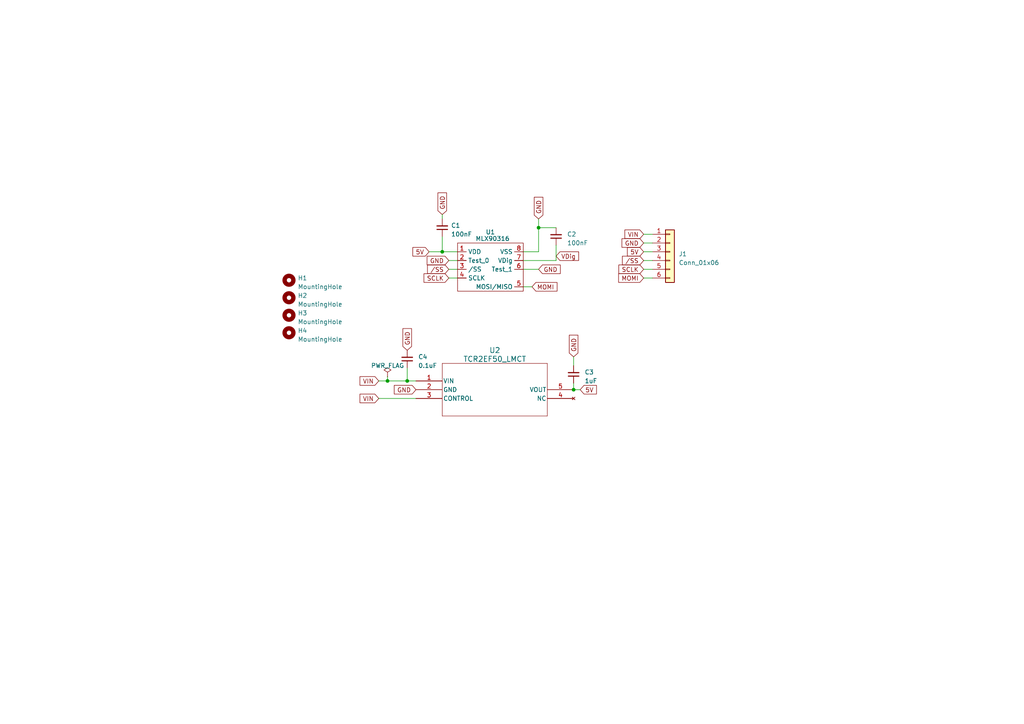
<source format=kicad_sch>
(kicad_sch (version 20230121) (generator eeschema)

  (uuid 956b0aaa-967b-4e8f-b6ee-7bf6675979b5)

  (paper "A4")

  (lib_symbols
    (symbol "AngleLinearPositionMeasuring:MLX90316KDC-BDG-100" (in_bom yes) (on_board yes)
      (property "Reference" "U" (at 0 0 0)
        (effects (font (size 1.27 1.27)))
      )
      (property "Value" "" (at 0 0 0)
        (effects (font (size 1.27 1.27)))
      )
      (property "Footprint" "" (at 0 0 0)
        (effects (font (size 1.27 1.27)) hide)
      )
      (property "Datasheet" "" (at 0 0 0)
        (effects (font (size 1.27 1.27)) hide)
      )
      (symbol "MLX90316KDC-BDG-100_0_1"
        (rectangle (start -10.16 -1.27) (end 8.89 -15.24)
          (stroke (width 0) (type default))
          (fill (type none))
        )
      )
      (symbol "MLX90316KDC-BDG-100_1_1"
        (pin input line (at -10.16 -3.81 0) (length 2.54)
          (name "VDD" (effects (font (size 1.27 1.27))))
          (number "1" (effects (font (size 1.27 1.27))))
        )
        (pin passive line (at -10.16 -6.35 0) (length 2.54)
          (name "Test_0" (effects (font (size 1.27 1.27))))
          (number "2" (effects (font (size 1.27 1.27))))
        )
        (pin input line (at -10.16 -8.89 0) (length 2.54)
          (name "/SS" (effects (font (size 1.27 1.27))))
          (number "3" (effects (font (size 1.27 1.27))))
        )
        (pin input line (at -10.16 -11.43 0) (length 2.54)
          (name "SCLK" (effects (font (size 1.27 1.27))))
          (number "4" (effects (font (size 1.27 1.27))))
        )
        (pin input line (at 8.89 -13.97 180) (length 2.54)
          (name "MOSI/MISO" (effects (font (size 1.27 1.27))))
          (number "5" (effects (font (size 1.27 1.27))))
        )
        (pin passive line (at 8.89 -8.89 180) (length 2.54)
          (name "Test_1" (effects (font (size 1.27 1.27))))
          (number "6" (effects (font (size 1.27 1.27))))
        )
        (pin input line (at 8.89 -6.35 180) (length 2.54)
          (name "VDig" (effects (font (size 1.27 1.27))))
          (number "7" (effects (font (size 1.27 1.27))))
        )
        (pin input line (at 8.89 -3.81 180) (length 2.54)
          (name "VSS" (effects (font (size 1.27 1.27))))
          (number "8" (effects (font (size 1.27 1.27))))
        )
      )
    )
    (symbol "Connector_Generic:Conn_01x06" (pin_names (offset 1.016) hide) (in_bom yes) (on_board yes)
      (property "Reference" "J" (at 0 7.62 0)
        (effects (font (size 1.27 1.27)))
      )
      (property "Value" "Conn_01x06" (at 0 -10.16 0)
        (effects (font (size 1.27 1.27)))
      )
      (property "Footprint" "" (at 0 0 0)
        (effects (font (size 1.27 1.27)) hide)
      )
      (property "Datasheet" "~" (at 0 0 0)
        (effects (font (size 1.27 1.27)) hide)
      )
      (property "ki_keywords" "connector" (at 0 0 0)
        (effects (font (size 1.27 1.27)) hide)
      )
      (property "ki_description" "Generic connector, single row, 01x06, script generated (kicad-library-utils/schlib/autogen/connector/)" (at 0 0 0)
        (effects (font (size 1.27 1.27)) hide)
      )
      (property "ki_fp_filters" "Connector*:*_1x??_*" (at 0 0 0)
        (effects (font (size 1.27 1.27)) hide)
      )
      (symbol "Conn_01x06_1_1"
        (rectangle (start -1.27 -7.493) (end 0 -7.747)
          (stroke (width 0.1524) (type default))
          (fill (type none))
        )
        (rectangle (start -1.27 -4.953) (end 0 -5.207)
          (stroke (width 0.1524) (type default))
          (fill (type none))
        )
        (rectangle (start -1.27 -2.413) (end 0 -2.667)
          (stroke (width 0.1524) (type default))
          (fill (type none))
        )
        (rectangle (start -1.27 0.127) (end 0 -0.127)
          (stroke (width 0.1524) (type default))
          (fill (type none))
        )
        (rectangle (start -1.27 2.667) (end 0 2.413)
          (stroke (width 0.1524) (type default))
          (fill (type none))
        )
        (rectangle (start -1.27 5.207) (end 0 4.953)
          (stroke (width 0.1524) (type default))
          (fill (type none))
        )
        (rectangle (start -1.27 6.35) (end 1.27 -8.89)
          (stroke (width 0.254) (type default))
          (fill (type background))
        )
        (pin passive line (at -5.08 5.08 0) (length 3.81)
          (name "Pin_1" (effects (font (size 1.27 1.27))))
          (number "1" (effects (font (size 1.27 1.27))))
        )
        (pin passive line (at -5.08 2.54 0) (length 3.81)
          (name "Pin_2" (effects (font (size 1.27 1.27))))
          (number "2" (effects (font (size 1.27 1.27))))
        )
        (pin passive line (at -5.08 0 0) (length 3.81)
          (name "Pin_3" (effects (font (size 1.27 1.27))))
          (number "3" (effects (font (size 1.27 1.27))))
        )
        (pin passive line (at -5.08 -2.54 0) (length 3.81)
          (name "Pin_4" (effects (font (size 1.27 1.27))))
          (number "4" (effects (font (size 1.27 1.27))))
        )
        (pin passive line (at -5.08 -5.08 0) (length 3.81)
          (name "Pin_5" (effects (font (size 1.27 1.27))))
          (number "5" (effects (font (size 1.27 1.27))))
        )
        (pin passive line (at -5.08 -7.62 0) (length 3.81)
          (name "Pin_6" (effects (font (size 1.27 1.27))))
          (number "6" (effects (font (size 1.27 1.27))))
        )
      )
    )
    (symbol "Device:C_Small" (pin_numbers hide) (pin_names (offset 0.254) hide) (in_bom yes) (on_board yes)
      (property "Reference" "C" (at 0.254 1.778 0)
        (effects (font (size 1.27 1.27)) (justify left))
      )
      (property "Value" "C_Small" (at 0.254 -2.032 0)
        (effects (font (size 1.27 1.27)) (justify left))
      )
      (property "Footprint" "" (at 0 0 0)
        (effects (font (size 1.27 1.27)) hide)
      )
      (property "Datasheet" "~" (at 0 0 0)
        (effects (font (size 1.27 1.27)) hide)
      )
      (property "ki_keywords" "capacitor cap" (at 0 0 0)
        (effects (font (size 1.27 1.27)) hide)
      )
      (property "ki_description" "Unpolarized capacitor, small symbol" (at 0 0 0)
        (effects (font (size 1.27 1.27)) hide)
      )
      (property "ki_fp_filters" "C_*" (at 0 0 0)
        (effects (font (size 1.27 1.27)) hide)
      )
      (symbol "C_Small_0_1"
        (polyline
          (pts
            (xy -1.524 -0.508)
            (xy 1.524 -0.508)
          )
          (stroke (width 0.3302) (type default))
          (fill (type none))
        )
        (polyline
          (pts
            (xy -1.524 0.508)
            (xy 1.524 0.508)
          )
          (stroke (width 0.3048) (type default))
          (fill (type none))
        )
      )
      (symbol "C_Small_1_1"
        (pin passive line (at 0 2.54 270) (length 2.032)
          (name "~" (effects (font (size 1.27 1.27))))
          (number "1" (effects (font (size 1.27 1.27))))
        )
        (pin passive line (at 0 -2.54 90) (length 2.032)
          (name "~" (effects (font (size 1.27 1.27))))
          (number "2" (effects (font (size 1.27 1.27))))
        )
      )
    )
    (symbol "Mechanical:MountingHole" (pin_names (offset 1.016)) (in_bom yes) (on_board yes)
      (property "Reference" "H" (at 0 5.08 0)
        (effects (font (size 1.27 1.27)))
      )
      (property "Value" "MountingHole" (at 0 3.175 0)
        (effects (font (size 1.27 1.27)))
      )
      (property "Footprint" "" (at 0 0 0)
        (effects (font (size 1.27 1.27)) hide)
      )
      (property "Datasheet" "~" (at 0 0 0)
        (effects (font (size 1.27 1.27)) hide)
      )
      (property "ki_keywords" "mounting hole" (at 0 0 0)
        (effects (font (size 1.27 1.27)) hide)
      )
      (property "ki_description" "Mounting Hole without connection" (at 0 0 0)
        (effects (font (size 1.27 1.27)) hide)
      )
      (property "ki_fp_filters" "MountingHole*" (at 0 0 0)
        (effects (font (size 1.27 1.27)) hide)
      )
      (symbol "MountingHole_0_1"
        (circle (center 0 0) (radius 1.27)
          (stroke (width 1.27) (type default))
          (fill (type none))
        )
      )
    )
    (symbol "TCR2EF50:TCR2EF50_LMCT" (pin_names (offset 0.254)) (in_bom yes) (on_board yes)
      (property "Reference" "U2" (at 22.86 8.89 0)
        (effects (font (size 1.524 1.524)))
      )
      (property "Value" "TCR2EF50_LMCT" (at 22.86 6.35 0)
        (effects (font (size 1.524 1.524)))
      )
      (property "Footprint" "SOT_EF50_LMCT_TOS" (at 0 0 0)
        (effects (font (size 1.27 1.27) italic) hide)
      )
      (property "Datasheet" "TCR2EF50_LMCT" (at 0 0 0)
        (effects (font (size 1.27 1.27) italic) hide)
      )
      (property "ki_locked" "" (at 0 0 0)
        (effects (font (size 1.27 1.27)))
      )
      (property "ki_keywords" "TCR2EF50,LM(CT" (at 0 0 0)
        (effects (font (size 1.27 1.27)) hide)
      )
      (property "ki_fp_filters" "SOT_EF50_LMCT_TOS SOT_EF50_LMCT_TOS-M SOT_EF50_LMCT_TOS-L" (at 0 0 0)
        (effects (font (size 1.27 1.27)) hide)
      )
      (symbol "TCR2EF50_LMCT_0_1"
        (polyline
          (pts
            (xy 7.62 -10.16)
            (xy 38.1 -10.16)
          )
          (stroke (width 0.127) (type default))
          (fill (type none))
        )
        (polyline
          (pts
            (xy 7.62 5.08)
            (xy 7.62 -10.16)
          )
          (stroke (width 0.127) (type default))
          (fill (type none))
        )
        (polyline
          (pts
            (xy 38.1 -10.16)
            (xy 38.1 5.08)
          )
          (stroke (width 0.127) (type default))
          (fill (type none))
        )
        (polyline
          (pts
            (xy 38.1 5.08)
            (xy 7.62 5.08)
          )
          (stroke (width 0.127) (type default))
          (fill (type none))
        )
        (pin power_out line (at 0 -2.54 0) (length 7.62)
          (name "GND" (effects (font (size 1.27 1.27))))
          (number "2" (effects (font (size 1.27 1.27))))
        )
        (pin no_connect line (at 45.72 -5.08 180) (length 7.62)
          (name "NC" (effects (font (size 1.27 1.27))))
          (number "4" (effects (font (size 1.27 1.27))))
        )
        (pin output line (at 45.72 -2.54 180) (length 7.62)
          (name "VOUT" (effects (font (size 1.27 1.27))))
          (number "5" (effects (font (size 1.27 1.27))))
        )
      )
      (symbol "TCR2EF50_LMCT_1_1"
        (pin power_in line (at 0 0 0) (length 7.62)
          (name "VIN" (effects (font (size 1.27 1.27))))
          (number "1" (effects (font (size 1.27 1.27))))
        )
        (pin input line (at 0 -5.08 0) (length 7.62)
          (name "CONTROL" (effects (font (size 1.27 1.27))))
          (number "3" (effects (font (size 1.27 1.27))))
        )
      )
    )
    (symbol "power:PWR_FLAG" (power) (pin_numbers hide) (pin_names (offset 0) hide) (in_bom yes) (on_board yes)
      (property "Reference" "#FLG" (at 0 1.905 0)
        (effects (font (size 1.27 1.27)) hide)
      )
      (property "Value" "PWR_FLAG" (at 0 3.81 0)
        (effects (font (size 1.27 1.27)))
      )
      (property "Footprint" "" (at 0 0 0)
        (effects (font (size 1.27 1.27)) hide)
      )
      (property "Datasheet" "~" (at 0 0 0)
        (effects (font (size 1.27 1.27)) hide)
      )
      (property "ki_keywords" "flag power" (at 0 0 0)
        (effects (font (size 1.27 1.27)) hide)
      )
      (property "ki_description" "Special symbol for telling ERC where power comes from" (at 0 0 0)
        (effects (font (size 1.27 1.27)) hide)
      )
      (symbol "PWR_FLAG_0_0"
        (pin power_out line (at 0 0 90) (length 0)
          (name "pwr" (effects (font (size 1.27 1.27))))
          (number "1" (effects (font (size 1.27 1.27))))
        )
      )
      (symbol "PWR_FLAG_0_1"
        (polyline
          (pts
            (xy 0 0)
            (xy 0 1.27)
            (xy -1.016 1.905)
            (xy 0 2.54)
            (xy 1.016 1.905)
            (xy 0 1.27)
          )
          (stroke (width 0) (type default))
          (fill (type none))
        )
      )
    )
  )


  (junction (at 156.21 66.04) (diameter 0) (color 0 0 0 0)
    (uuid 19559e6a-3244-40f9-912d-abbf2a8c1b6a)
  )
  (junction (at 118.11 110.49) (diameter 0) (color 0 0 0 0)
    (uuid 3d9dfb14-59e8-4f15-bb07-785b10c5721e)
  )
  (junction (at 112.395 110.49) (diameter 0) (color 0 0 0 0)
    (uuid 5b33d727-3560-4569-bbb3-d04337a6c5fc)
  )
  (junction (at 166.37 113.03) (diameter 0) (color 0 0 0 0)
    (uuid 971ccf78-7f7b-44ef-a150-144952de1585)
  )
  (junction (at 128.27 73.025) (diameter 0) (color 0 0 0 0)
    (uuid a9a3dc1e-3d72-45f1-931e-c62a526899c4)
  )

  (wire (pts (xy 161.29 71.12) (xy 161.29 75.565))
    (stroke (width 0) (type default))
    (uuid 03e18097-db5e-4aed-8b83-b61038880bfb)
  )
  (wire (pts (xy 128.27 73.025) (xy 132.715 73.025))
    (stroke (width 0) (type default))
    (uuid 130ca678-8151-4fb3-b74f-a9c3d72b8bef)
  )
  (wire (pts (xy 128.27 62.23) (xy 128.27 63.5))
    (stroke (width 0) (type default))
    (uuid 161650db-a40b-46ba-b287-5c48d9a38d56)
  )
  (wire (pts (xy 156.21 66.04) (xy 156.21 73.025))
    (stroke (width 0) (type default))
    (uuid 1a66bd92-8bbb-4b68-bf17-201dd06902c4)
  )
  (wire (pts (xy 128.27 73.025) (xy 128.27 68.58))
    (stroke (width 0) (type default))
    (uuid 240a6c52-55b6-4834-a2a6-d9adc7efa8ef)
  )
  (wire (pts (xy 186.69 73.025) (xy 189.23 73.025))
    (stroke (width 0) (type default))
    (uuid 24b454b6-ace8-47f5-8cb6-f0ccd455d7a6)
  )
  (wire (pts (xy 130.175 78.105) (xy 132.715 78.105))
    (stroke (width 0) (type default))
    (uuid 2f944ef0-ad4e-4c89-bbe3-3803e46b3e87)
  )
  (wire (pts (xy 186.69 78.105) (xy 189.23 78.105))
    (stroke (width 0) (type default))
    (uuid 31e029b0-ee54-488d-8bb6-a09a9abf15ec)
  )
  (wire (pts (xy 186.69 80.645) (xy 189.23 80.645))
    (stroke (width 0) (type default))
    (uuid 360d38de-03cf-4879-aaca-b2ae79a0dff0)
  )
  (wire (pts (xy 151.765 83.185) (xy 154.305 83.185))
    (stroke (width 0) (type default))
    (uuid 375ed644-8327-4d8f-8aba-f58564dbc72a)
  )
  (wire (pts (xy 112.395 109.22) (xy 112.395 110.49))
    (stroke (width 0) (type default))
    (uuid 54a06f60-8efc-4669-ad5a-10642d03a2ea)
  )
  (wire (pts (xy 151.765 78.105) (xy 156.21 78.105))
    (stroke (width 0) (type default))
    (uuid 56d8c42b-c36c-470b-a21d-65f878f195a6)
  )
  (wire (pts (xy 186.69 75.565) (xy 189.23 75.565))
    (stroke (width 0) (type default))
    (uuid 57a1564c-4f29-475b-9758-a7833661aaad)
  )
  (wire (pts (xy 156.21 63.5) (xy 156.21 66.04))
    (stroke (width 0) (type default))
    (uuid 5b06eb85-77ce-48fa-9683-b5efd75b58da)
  )
  (wire (pts (xy 186.69 70.485) (xy 189.23 70.485))
    (stroke (width 0) (type default))
    (uuid 77620053-c4d4-4bb1-acc0-20fe69dd77d9)
  )
  (wire (pts (xy 120.65 110.49) (xy 118.11 110.49))
    (stroke (width 0) (type default))
    (uuid 7915323f-6236-43c7-b64b-fc8a2d7017dc)
  )
  (wire (pts (xy 166.37 113.03) (xy 168.275 113.03))
    (stroke (width 0) (type default))
    (uuid 79a7fd28-b007-4a93-b44f-4a9ef24c65e1)
  )
  (wire (pts (xy 109.855 115.57) (xy 120.65 115.57))
    (stroke (width 0) (type default))
    (uuid 7ad2652e-7c5f-4b05-9b58-e199945670a4)
  )
  (wire (pts (xy 130.175 80.645) (xy 132.715 80.645))
    (stroke (width 0) (type default))
    (uuid 7b0954ec-3ee8-4447-a90d-1f8ddeb30757)
  )
  (wire (pts (xy 118.11 106.68) (xy 118.11 110.49))
    (stroke (width 0) (type default))
    (uuid 82b23d7c-e55f-47ba-a4ef-851b694f8c4a)
  )
  (wire (pts (xy 109.855 110.49) (xy 112.395 110.49))
    (stroke (width 0) (type default))
    (uuid 82b5f8a8-20fd-4b11-b265-fd4df83eb890)
  )
  (wire (pts (xy 166.37 111.125) (xy 166.37 113.03))
    (stroke (width 0) (type default))
    (uuid 8daed426-1312-433e-add8-7852d9cc030a)
  )
  (wire (pts (xy 161.29 66.04) (xy 156.21 66.04))
    (stroke (width 0) (type default))
    (uuid 8efa3dbb-4ae1-4079-aaa2-feb16c0bb2f5)
  )
  (wire (pts (xy 166.37 103.505) (xy 166.37 106.045))
    (stroke (width 0) (type default))
    (uuid 9e0b3f6c-f18e-459a-8f71-bee9aa62c009)
  )
  (wire (pts (xy 151.765 73.025) (xy 156.21 73.025))
    (stroke (width 0) (type default))
    (uuid b38cddf0-ae29-414a-99a5-90482c082d29)
  )
  (wire (pts (xy 130.175 75.565) (xy 132.715 75.565))
    (stroke (width 0) (type default))
    (uuid c2d310a4-833b-4324-89f6-3e75992b28a9)
  )
  (wire (pts (xy 124.46 73.025) (xy 128.27 73.025))
    (stroke (width 0) (type default))
    (uuid c4d017f4-12f3-40f8-9448-83be27c4b01e)
  )
  (wire (pts (xy 112.395 110.49) (xy 118.11 110.49))
    (stroke (width 0) (type default))
    (uuid c9461eba-98a8-4887-a952-27844c97b201)
  )
  (wire (pts (xy 151.765 75.565) (xy 161.29 75.565))
    (stroke (width 0) (type default))
    (uuid efd86f73-f7f4-4cc2-96a0-0838325219a4)
  )
  (wire (pts (xy 186.69 67.945) (xy 189.23 67.945))
    (stroke (width 0) (type default))
    (uuid f6fb4054-c9c0-41b5-9ce8-a5dff4773091)
  )

  (global_label "GND" (shape input) (at 130.175 75.565 180) (fields_autoplaced)
    (effects (font (size 1.27 1.27)) (justify right))
    (uuid 06307d19-48a5-4b6f-9194-8da9dee62563)
    (property "Intersheetrefs" "${INTERSHEET_REFS}" (at 123.3987 75.565 0)
      (effects (font (size 1.27 1.27)) (justify right) hide)
    )
  )
  (global_label "MOMI" (shape input) (at 154.305 83.185 0) (fields_autoplaced)
    (effects (font (size 1.27 1.27)) (justify left))
    (uuid 0b6386b7-3cf9-46d6-a701-a55d646b9c7e)
    (property "Intersheetrefs" "${INTERSHEET_REFS}" (at 162.0489 83.185 0)
      (effects (font (size 1.27 1.27)) (justify left) hide)
    )
  )
  (global_label "GND" (shape input) (at 156.21 63.5 90) (fields_autoplaced)
    (effects (font (size 1.27 1.27)) (justify left))
    (uuid 0f598126-5fff-409e-8421-3cd0ae4b583d)
    (property "Intersheetrefs" "${INTERSHEET_REFS}" (at 156.21 56.7237 90)
      (effects (font (size 1.27 1.27)) (justify left) hide)
    )
  )
  (global_label "SCLK" (shape input) (at 186.69 78.105 180) (fields_autoplaced)
    (effects (font (size 1.27 1.27)) (justify right))
    (uuid 1cdbb9c0-5997-4a77-80b4-4cf313356d12)
    (property "Intersheetrefs" "${INTERSHEET_REFS}" (at 179.0066 78.105 0)
      (effects (font (size 1.27 1.27)) (justify right) hide)
    )
  )
  (global_label "GND" (shape input) (at 156.21 78.105 0) (fields_autoplaced)
    (effects (font (size 1.27 1.27)) (justify left))
    (uuid 2094252a-ea13-410a-adbd-3d5106853c10)
    (property "Intersheetrefs" "${INTERSHEET_REFS}" (at 162.9863 78.105 0)
      (effects (font (size 1.27 1.27)) (justify left) hide)
    )
  )
  (global_label "VIN" (shape input) (at 109.855 115.57 180) (fields_autoplaced)
    (effects (font (size 1.27 1.27)) (justify right))
    (uuid 20bb11b4-5c03-405d-b383-034ebe62bc21)
    (property "Intersheetrefs" "${INTERSHEET_REFS}" (at 103.9253 115.57 0)
      (effects (font (size 1.27 1.27)) (justify right) hide)
    )
  )
  (global_label "VIN" (shape input) (at 109.855 110.49 180) (fields_autoplaced)
    (effects (font (size 1.27 1.27)) (justify right))
    (uuid 24613380-5de3-4d75-8c59-58a0b7ab9ff8)
    (property "Intersheetrefs" "${INTERSHEET_REFS}" (at 103.9253 110.49 0)
      (effects (font (size 1.27 1.27)) (justify right) hide)
    )
  )
  (global_label "5V" (shape input) (at 186.69 73.025 180) (fields_autoplaced)
    (effects (font (size 1.27 1.27)) (justify right))
    (uuid 4b614403-7252-4a52-9806-a22c9a0966db)
    (property "Intersheetrefs" "${INTERSHEET_REFS}" (at 181.4861 73.025 0)
      (effects (font (size 1.27 1.27)) (justify right) hide)
    )
  )
  (global_label "GND" (shape input) (at 166.37 103.505 90) (fields_autoplaced)
    (effects (font (size 1.27 1.27)) (justify left))
    (uuid 4f1998f5-d501-425b-aac7-71aca039ce31)
    (property "Intersheetrefs" "${INTERSHEET_REFS}" (at 166.37 96.7287 90)
      (effects (font (size 1.27 1.27)) (justify left) hide)
    )
  )
  (global_label "SCLK" (shape input) (at 130.175 80.645 180) (fields_autoplaced)
    (effects (font (size 1.27 1.27)) (justify right))
    (uuid 510e6f81-999b-4462-8538-13711984d99d)
    (property "Intersheetrefs" "${INTERSHEET_REFS}" (at 122.4916 80.645 0)
      (effects (font (size 1.27 1.27)) (justify right) hide)
    )
  )
  (global_label "VDig" (shape input) (at 161.29 74.295 0) (fields_autoplaced)
    (effects (font (size 1.27 1.27)) (justify left))
    (uuid 5918c271-4d6a-4577-86e2-8d7a102f7a37)
    (property "Intersheetrefs" "${INTERSHEET_REFS}" (at 168.3082 74.295 0)
      (effects (font (size 1.27 1.27)) (justify left) hide)
    )
  )
  (global_label "GND" (shape input) (at 186.69 70.485 180) (fields_autoplaced)
    (effects (font (size 1.27 1.27)) (justify right))
    (uuid 85a623f7-7032-4b3b-9334-28cc5cb80d92)
    (property "Intersheetrefs" "${INTERSHEET_REFS}" (at 179.9137 70.485 0)
      (effects (font (size 1.27 1.27)) (justify right) hide)
    )
  )
  (global_label "5V" (shape input) (at 168.275 113.03 0) (fields_autoplaced)
    (effects (font (size 1.27 1.27)) (justify left))
    (uuid 92661c71-c45d-4ea3-800f-111412c8b074)
    (property "Intersheetrefs" "${INTERSHEET_REFS}" (at 173.4789 113.03 0)
      (effects (font (size 1.27 1.27)) (justify left) hide)
    )
  )
  (global_label "GND" (shape input) (at 118.11 101.6 90) (fields_autoplaced)
    (effects (font (size 1.27 1.27)) (justify left))
    (uuid 962f759d-5387-4658-b408-be0af8680a19)
    (property "Intersheetrefs" "${INTERSHEET_REFS}" (at 118.11 94.8237 90)
      (effects (font (size 1.27 1.27)) (justify left) hide)
    )
  )
  (global_label "MOMI" (shape input) (at 186.69 80.645 180) (fields_autoplaced)
    (effects (font (size 1.27 1.27)) (justify right))
    (uuid a76c6acb-cc71-4614-8633-d6e867d94693)
    (property "Intersheetrefs" "${INTERSHEET_REFS}" (at 178.9461 80.645 0)
      (effects (font (size 1.27 1.27)) (justify right) hide)
    )
  )
  (global_label "GND" (shape input) (at 128.27 62.23 90) (fields_autoplaced)
    (effects (font (size 1.27 1.27)) (justify left))
    (uuid b2f18a49-4367-43c4-975d-b673aca08a98)
    (property "Intersheetrefs" "${INTERSHEET_REFS}" (at 128.27 55.4537 90)
      (effects (font (size 1.27 1.27)) (justify left) hide)
    )
  )
  (global_label "{slash}SS" (shape input) (at 130.175 78.105 180) (fields_autoplaced)
    (effects (font (size 1.27 1.27)) (justify right))
    (uuid bc7debb6-1a9e-4b7a-894f-5ec3a304cfdb)
    (property "Intersheetrefs" "${INTERSHEET_REFS}" (at 123.5197 78.105 0)
      (effects (font (size 1.27 1.27)) (justify right) hide)
    )
  )
  (global_label "GND" (shape input) (at 120.65 113.03 180) (fields_autoplaced)
    (effects (font (size 1.27 1.27)) (justify right))
    (uuid cbccc855-879a-4096-8cbd-39d148c52b03)
    (property "Intersheetrefs" "${INTERSHEET_REFS}" (at 113.8737 113.03 0)
      (effects (font (size 1.27 1.27)) (justify right) hide)
    )
  )
  (global_label "VIN" (shape input) (at 186.69 67.945 180) (fields_autoplaced)
    (effects (font (size 1.27 1.27)) (justify right))
    (uuid d03e2897-cb89-4a76-9011-45ef53fcd39f)
    (property "Intersheetrefs" "${INTERSHEET_REFS}" (at 180.7603 67.945 0)
      (effects (font (size 1.27 1.27)) (justify right) hide)
    )
  )
  (global_label "5V" (shape input) (at 124.46 73.025 180) (fields_autoplaced)
    (effects (font (size 1.27 1.27)) (justify right))
    (uuid e6844178-861b-43c9-a8ca-0c4491adb187)
    (property "Intersheetrefs" "${INTERSHEET_REFS}" (at 119.2561 73.025 0)
      (effects (font (size 1.27 1.27)) (justify right) hide)
    )
  )
  (global_label "{slash}SS" (shape input) (at 186.69 75.565 180) (fields_autoplaced)
    (effects (font (size 1.27 1.27)) (justify right))
    (uuid e9b5965a-79e3-459d-a07c-32902d72b191)
    (property "Intersheetrefs" "${INTERSHEET_REFS}" (at 180.0347 75.565 0)
      (effects (font (size 1.27 1.27)) (justify right) hide)
    )
  )

  (symbol (lib_id "AngleLinearPositionMeasuring:MLX90316KDC-BDG-100") (at 142.875 69.215 0) (unit 1)
    (in_bom yes) (on_board yes) (dnp no)
    (uuid 048b433f-189a-4b31-8cbd-25a34541a9f8)
    (property "Reference" "U1" (at 142.24 67.31 0)
      (effects (font (size 1.27 1.27)))
    )
    (property "Value" "MLX90316" (at 142.875 69.215 0)
      (effects (font (size 1.27 1.27)))
    )
    (property "Footprint" "Package_SO:SOIC-8_3.9x4.9mm_P1.27mm" (at 142.875 69.215 0)
      (effects (font (size 1.27 1.27)) hide)
    )
    (property "Datasheet" "" (at 142.875 69.215 0)
      (effects (font (size 1.27 1.27)) hide)
    )
    (pin "1" (uuid b017d55c-65a9-45c5-896b-96066bda24e6))
    (pin "2" (uuid 0b1d4366-c4ca-4866-86f2-535d91296c43))
    (pin "3" (uuid 3d00bc1f-37a5-4904-9047-5d518416a7d4))
    (pin "4" (uuid 4eeefb6a-658b-42f3-b128-85a69b7cd203))
    (pin "5" (uuid b785b2a1-ab3b-4b25-b3a7-10dafa9db1de))
    (pin "6" (uuid 45adcd3c-6db3-45b9-8802-df9838a0da70))
    (pin "7" (uuid b7c19ba0-3b11-430c-bcf5-cb59effb9ee3))
    (pin "8" (uuid 0f3b9d35-c884-4542-ae06-7897eb023a9d))
    (instances
      (project "MLX90316-Proto"
        (path "/956b0aaa-967b-4e8f-b6ee-7bf6675979b5"
          (reference "U1") (unit 1)
        )
      )
    )
  )

  (symbol (lib_id "Device:C_Small") (at 161.29 68.58 180) (unit 1)
    (in_bom yes) (on_board yes) (dnp no) (fields_autoplaced)
    (uuid 0c4dd333-8541-4b86-843d-ec8a5cf55fc8)
    (property "Reference" "C2" (at 164.465 67.9386 0)
      (effects (font (size 1.27 1.27)) (justify right))
    )
    (property "Value" "100nF" (at 164.465 70.4786 0)
      (effects (font (size 1.27 1.27)) (justify right))
    )
    (property "Footprint" "Capacitor_SMD:C_0805_2012Metric" (at 161.29 68.58 0)
      (effects (font (size 1.27 1.27)) hide)
    )
    (property "Datasheet" "~" (at 161.29 68.58 0)
      (effects (font (size 1.27 1.27)) hide)
    )
    (pin "1" (uuid 2383c4b4-7618-4553-b2a9-390afbb7ed4b))
    (pin "2" (uuid a0f90e76-8db7-47c5-9a40-5e0280d15388))
    (instances
      (project "MLX90316-Proto"
        (path "/956b0aaa-967b-4e8f-b6ee-7bf6675979b5"
          (reference "C2") (unit 1)
        )
      )
    )
  )

  (symbol (lib_id "Connector_Generic:Conn_01x06") (at 194.31 73.025 0) (unit 1)
    (in_bom yes) (on_board yes) (dnp no) (fields_autoplaced)
    (uuid 11d367e9-4359-41a6-9444-3750ed5e5fce)
    (property "Reference" "J1" (at 196.85 73.66 0)
      (effects (font (size 1.27 1.27)) (justify left))
    )
    (property "Value" "Conn_01x06" (at 196.85 76.2 0)
      (effects (font (size 1.27 1.27)) (justify left))
    )
    (property "Footprint" "Connector_PinHeader_2.54mm:PinHeader_1x06_P2.54mm_Vertical" (at 194.31 73.025 0)
      (effects (font (size 1.27 1.27)) hide)
    )
    (property "Datasheet" "~" (at 194.31 73.025 0)
      (effects (font (size 1.27 1.27)) hide)
    )
    (pin "1" (uuid 9c1a8ce4-3de2-47c9-81e4-2af07f4768dc))
    (pin "2" (uuid 070250d7-e49d-424d-97d0-12ae6accadc4))
    (pin "3" (uuid d44c4fc1-d84f-4033-99fa-441fad1b0d80))
    (pin "4" (uuid a18563aa-deb1-4733-831c-ec21a23107c6))
    (pin "5" (uuid a21288f3-c657-4259-bfc7-7749c74ce888))
    (pin "6" (uuid dc067185-cb74-4de2-aa6b-628808305d8a))
    (instances
      (project "MLX90316-Proto"
        (path "/956b0aaa-967b-4e8f-b6ee-7bf6675979b5"
          (reference "J1") (unit 1)
        )
      )
    )
  )

  (symbol (lib_id "power:PWR_FLAG") (at 112.395 109.22 0) (unit 1)
    (in_bom yes) (on_board yes) (dnp no) (fields_autoplaced)
    (uuid 373de9f7-1e6c-4244-a715-864960806653)
    (property "Reference" "#FLG01" (at 112.395 107.315 0)
      (effects (font (size 1.27 1.27)) hide)
    )
    (property "Value" "PWR_FLAG" (at 112.395 106.045 0)
      (effects (font (size 1.27 1.27)))
    )
    (property "Footprint" "" (at 112.395 109.22 0)
      (effects (font (size 1.27 1.27)) hide)
    )
    (property "Datasheet" "~" (at 112.395 109.22 0)
      (effects (font (size 1.27 1.27)) hide)
    )
    (pin "1" (uuid dbd35875-1a6a-40f0-8622-9c3789b53b00))
    (instances
      (project "MLX90316-Proto"
        (path "/956b0aaa-967b-4e8f-b6ee-7bf6675979b5"
          (reference "#FLG01") (unit 1)
        )
      )
    )
  )

  (symbol (lib_id "Mechanical:MountingHole") (at 83.82 86.36 0) (unit 1)
    (in_bom yes) (on_board yes) (dnp no) (fields_autoplaced)
    (uuid 41f44af0-9a95-43d3-8606-39165108c75e)
    (property "Reference" "H2" (at 86.36 85.725 0)
      (effects (font (size 1.27 1.27)) (justify left))
    )
    (property "Value" "MountingHole" (at 86.36 88.265 0)
      (effects (font (size 1.27 1.27)) (justify left))
    )
    (property "Footprint" "MountingHole:MountingHole_2.7mm_M2.5" (at 83.82 86.36 0)
      (effects (font (size 1.27 1.27)) hide)
    )
    (property "Datasheet" "~" (at 83.82 86.36 0)
      (effects (font (size 1.27 1.27)) hide)
    )
    (instances
      (project "MLX90316-Proto"
        (path "/956b0aaa-967b-4e8f-b6ee-7bf6675979b5"
          (reference "H2") (unit 1)
        )
      )
    )
  )

  (symbol (lib_id "Mechanical:MountingHole") (at 83.82 81.28 0) (unit 1)
    (in_bom yes) (on_board yes) (dnp no) (fields_autoplaced)
    (uuid 48b27d8f-0a17-49e1-8cd2-c056a937d1fe)
    (property "Reference" "H1" (at 86.36 80.645 0)
      (effects (font (size 1.27 1.27)) (justify left))
    )
    (property "Value" "MountingHole" (at 86.36 83.185 0)
      (effects (font (size 1.27 1.27)) (justify left))
    )
    (property "Footprint" "MountingHole:MountingHole_2.7mm_M2.5" (at 83.82 81.28 0)
      (effects (font (size 1.27 1.27)) hide)
    )
    (property "Datasheet" "~" (at 83.82 81.28 0)
      (effects (font (size 1.27 1.27)) hide)
    )
    (instances
      (project "MLX90316-Proto"
        (path "/956b0aaa-967b-4e8f-b6ee-7bf6675979b5"
          (reference "H1") (unit 1)
        )
      )
    )
  )

  (symbol (lib_id "Device:C_Small") (at 128.27 66.04 180) (unit 1)
    (in_bom yes) (on_board yes) (dnp no) (fields_autoplaced)
    (uuid 760c35c5-12a5-4a07-ba36-b00d3cf10e4c)
    (property "Reference" "C1" (at 130.81 65.3986 0)
      (effects (font (size 1.27 1.27)) (justify right))
    )
    (property "Value" "100nF" (at 130.81 67.9386 0)
      (effects (font (size 1.27 1.27)) (justify right))
    )
    (property "Footprint" "Capacitor_SMD:C_0805_2012Metric" (at 128.27 66.04 0)
      (effects (font (size 1.27 1.27)) hide)
    )
    (property "Datasheet" "~" (at 128.27 66.04 0)
      (effects (font (size 1.27 1.27)) hide)
    )
    (pin "1" (uuid 1c78ab64-5371-4e8a-aa0a-bdc04b003380))
    (pin "2" (uuid 8ea87324-0ebd-4cc4-8c00-b15522239cc8))
    (instances
      (project "MLX90316-Proto"
        (path "/956b0aaa-967b-4e8f-b6ee-7bf6675979b5"
          (reference "C1") (unit 1)
        )
      )
    )
  )

  (symbol (lib_id "Mechanical:MountingHole") (at 83.82 96.52 0) (unit 1)
    (in_bom yes) (on_board yes) (dnp no) (fields_autoplaced)
    (uuid b21363ab-fbab-48c2-ba94-3d94957e273d)
    (property "Reference" "H4" (at 86.36 95.885 0)
      (effects (font (size 1.27 1.27)) (justify left))
    )
    (property "Value" "MountingHole" (at 86.36 98.425 0)
      (effects (font (size 1.27 1.27)) (justify left))
    )
    (property "Footprint" "MountingHole:MountingHole_2.7mm_M2.5" (at 83.82 96.52 0)
      (effects (font (size 1.27 1.27)) hide)
    )
    (property "Datasheet" "~" (at 83.82 96.52 0)
      (effects (font (size 1.27 1.27)) hide)
    )
    (instances
      (project "MLX90316-Proto"
        (path "/956b0aaa-967b-4e8f-b6ee-7bf6675979b5"
          (reference "H4") (unit 1)
        )
      )
    )
  )

  (symbol (lib_id "Device:C_Small") (at 118.11 104.14 180) (unit 1)
    (in_bom yes) (on_board yes) (dnp no)
    (uuid bb87a7c7-d4f4-4f27-8de2-be7ffec2ec22)
    (property "Reference" "C4" (at 121.285 103.4986 0)
      (effects (font (size 1.27 1.27)) (justify right))
    )
    (property "Value" "0.1uF" (at 121.285 106.0386 0)
      (effects (font (size 1.27 1.27)) (justify right))
    )
    (property "Footprint" "Capacitor_SMD:C_0805_2012Metric" (at 118.11 104.14 0)
      (effects (font (size 1.27 1.27)) hide)
    )
    (property "Datasheet" "~" (at 118.11 104.14 0)
      (effects (font (size 1.27 1.27)) hide)
    )
    (pin "1" (uuid 8a767464-931c-41a9-8ea6-67d5f68d50cf))
    (pin "2" (uuid 5bca9fa8-4f8c-4300-b2a2-14dd393d7114))
    (instances
      (project "MLX90316-Proto"
        (path "/956b0aaa-967b-4e8f-b6ee-7bf6675979b5"
          (reference "C4") (unit 1)
        )
      )
    )
  )

  (symbol (lib_id "TCR2EF50:TCR2EF50_LMCT") (at 120.65 110.49 0) (unit 1)
    (in_bom yes) (on_board yes) (dnp no) (fields_autoplaced)
    (uuid cbb29589-0a98-469f-a4d5-fd7e5fa0fa2e)
    (property "Reference" "U2" (at 143.51 101.6 0)
      (effects (font (size 1.524 1.524)))
    )
    (property "Value" "TCR2EF50_LMCT" (at 143.51 104.14 0)
      (effects (font (size 1.524 1.524)))
    )
    (property "Footprint" "footprints:SOT_EF50_LMCT_TOS" (at 120.65 110.49 0)
      (effects (font (size 1.27 1.27) italic) hide)
    )
    (property "Datasheet" "TCR2EF50_LMCT" (at 120.65 110.49 0)
      (effects (font (size 1.27 1.27) italic) hide)
    )
    (pin "1" (uuid 8c935793-062d-4d02-93f3-b8e22c674173))
    (pin "2" (uuid 9c518a03-486b-4e33-8375-299a8e4afb48))
    (pin "4" (uuid 20a3c708-05a0-4a66-ab66-653df1cc90a7))
    (pin "5" (uuid f3a5db21-3a12-4970-bf0a-3fdf666f6ca8))
    (pin "3" (uuid 3f273c85-c6c6-4569-a4b9-9c628234223e))
    (instances
      (project "MLX90316-Proto"
        (path "/956b0aaa-967b-4e8f-b6ee-7bf6675979b5"
          (reference "U2") (unit 1)
        )
      )
    )
  )

  (symbol (lib_id "Mechanical:MountingHole") (at 83.82 91.44 0) (unit 1)
    (in_bom yes) (on_board yes) (dnp no) (fields_autoplaced)
    (uuid d3ec1f9e-5392-48b4-8f50-bfe448388665)
    (property "Reference" "H3" (at 86.36 90.805 0)
      (effects (font (size 1.27 1.27)) (justify left))
    )
    (property "Value" "MountingHole" (at 86.36 93.345 0)
      (effects (font (size 1.27 1.27)) (justify left))
    )
    (property "Footprint" "MountingHole:MountingHole_2.7mm_M2.5" (at 83.82 91.44 0)
      (effects (font (size 1.27 1.27)) hide)
    )
    (property "Datasheet" "~" (at 83.82 91.44 0)
      (effects (font (size 1.27 1.27)) hide)
    )
    (instances
      (project "MLX90316-Proto"
        (path "/956b0aaa-967b-4e8f-b6ee-7bf6675979b5"
          (reference "H3") (unit 1)
        )
      )
    )
  )

  (symbol (lib_id "Device:C_Small") (at 166.37 108.585 180) (unit 1)
    (in_bom yes) (on_board yes) (dnp no) (fields_autoplaced)
    (uuid efe76738-7bde-4c08-8a8f-0edf8069ff4b)
    (property "Reference" "C3" (at 169.545 107.9436 0)
      (effects (font (size 1.27 1.27)) (justify right))
    )
    (property "Value" "1uF" (at 169.545 110.4836 0)
      (effects (font (size 1.27 1.27)) (justify right))
    )
    (property "Footprint" "Capacitor_SMD:C_0805_2012Metric" (at 166.37 108.585 0)
      (effects (font (size 1.27 1.27)) hide)
    )
    (property "Datasheet" "~" (at 166.37 108.585 0)
      (effects (font (size 1.27 1.27)) hide)
    )
    (pin "1" (uuid d894e736-f8b4-4a17-a662-8d722c341ff9))
    (pin "2" (uuid 22fade24-98df-4974-b97e-a71d0866e477))
    (instances
      (project "MLX90316-Proto"
        (path "/956b0aaa-967b-4e8f-b6ee-7bf6675979b5"
          (reference "C3") (unit 1)
        )
      )
    )
  )

  (sheet_instances
    (path "/" (page "1"))
  )
)

</source>
